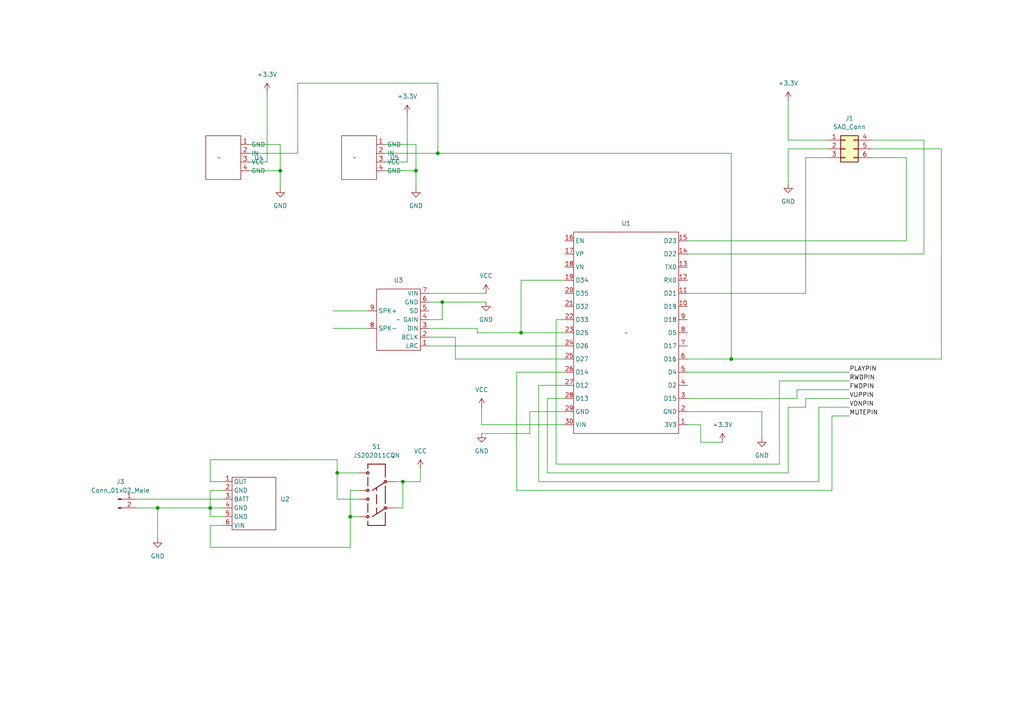
<source format=kicad_sch>
(kicad_sch (version 20230121) (generator eeschema)
  (paper "A4")
  (lib_symbols
    (symbol "DC32_Cnet_Badge_Main:Conn_01x02_Male" (pin_names (offset 1.016) hide)
      (property "Reference" "J" (at 0 2.54 0))
      (property "Value" "Conn_01x02_Male" (at 0 -5.08 0))
      (symbol "Conn_01x02_Male_1_1"
        (polyline (pts (xy 1.27 -2.54) (xy 0.8636 -2.54)) (stroke (width 0.1524)))
        (polyline (pts (xy 1.27 0) (xy 0.8636 0)) (stroke (width 0.1524)))
        (rectangle (start 0.8636 -2.413) (end 0 -2.667) (stroke (width 0.1524)) (fill (type outline)))
        (rectangle (start 0.8636 0.127) (end 0 -0.127) (stroke (width 0.1524)) (fill (type outline)))
        (pin passive line (at 5.08 0 180) (length 3.81) (name "Pin_1") (number "1"))
        (pin passive line (at 5.08 -2.54 180) (length 3.81) (name "Pin_2") (number "2"))
      )
    )
    (symbol "DC32_Cnet_Badge_Main:ESP32_Dev_Module-USB-C"
      (property "Reference" "U" (at 0 0 0))
      (symbol "ESP32_Dev_Module-USB-C_0_1"
        (rectangle (start -15.24 29.21) (end 15.24 -29.21))
      )
      (symbol "ESP32_Dev_Module-USB-C_1_1"
        (pin power_in line (at 17.78 -26.67 180) (length 2.54) (name "3V3") (number "1"))
        (pin bidirectional line (at 17.78 7.62 180) (length 2.54) (name "D19") (number "10"))
        (pin bidirectional line (at 17.78 11.43 180) (length 2.54) (name "D21") (number "11"))
        (pin bidirectional line (at 17.78 15.24 180) (length 2.54) (name "RX0") (number "12"))
        (pin bidirectional line (at 17.78 19.05 180) (length 2.54) (name "TX0") (number "13"))
        (pin bidirectional line (at 17.78 22.86 180) (length 2.54) (name "D22") (number "14"))
        (pin bidirectional line (at 17.78 26.67 180) (length 2.54) (name "D23") (number "15"))
        (pin input line (at -17.78 26.67 0) (length 2.54) (name "EN") (number "16"))
        (pin power_in line (at -17.78 22.86 0) (length 2.54) (name "VP") (number "17"))
        (pin power_in line (at -17.78 19.05 0) (length 2.54) (name "VN") (number "18"))
        (pin bidirectional line (at -17.78 15.24 0) (length 2.54) (name "D34") (number "19"))
        (pin power_in line (at 17.78 -22.86 180) (length 2.54) (name "GND") (number "2"))
        (pin bidirectional line (at -17.78 11.43 0) (length 2.54) (name "D35") (number "20"))
        (pin bidirectional line (at -17.78 7.62 0) (length 2.54) (name "D32") (number "21"))
        (pin bidirectional line (at -17.78 3.81 0) (length 2.54) (name "D33") (number "22"))
        (pin bidirectional line (at -17.78 0 0) (length 2.54) (name "D25") (number "23"))
        (pin bidirectional line (at -17.78 -3.81 0) (length 2.54) (name "D26") (number "24"))
        (pin bidirectional line (at -17.78 -7.62 0) (length 2.54) (name "D27") (number "25"))
        (pin bidirectional line (at -17.78 -11.43 0) (length 2.54) (name "D14") (number "26"))
        (pin bidirectional line (at -17.78 -15.24 0) (length 2.54) (name "D12") (number "27"))
        (pin bidirectional line (at -17.78 -19.05 0) (length 2.54) (name "D13") (number "28"))
        (pin power_in line (at -17.78 -22.86 0) (length 2.54) (name "GND") (number "29"))
        (pin bidirectional line (at 17.78 -19.05 180) (length 2.54) (name "D15") (number "3"))
        (pin power_in line (at -17.78 -26.67 0) (length 2.54) (name "VIN") (number "30"))
        (pin bidirectional line (at 17.78 -15.24 180) (length 2.54) (name "D2") (number "4"))
        (pin bidirectional line (at 17.78 -11.43 180) (length 2.54) (name "D4") (number "5"))
        (pin bidirectional line (at 17.78 -7.62 180) (length 2.54) (name "D16") (number "6"))
        (pin bidirectional line (at 17.78 -3.81 180) (length 2.54) (name "D17") (number "7"))
        (pin bidirectional line (at 17.78 0 180) (length 2.54) (name "D5") (number "8"))
        (pin bidirectional line (at 17.78 3.81 180) (length 2.54) (name "D18") (number "9"))
      )
    )
    (symbol "DC32_Cnet_Badge_Main:JS202011CQN" (pin_numbers hide) (pin_names (offset 1.016) hide)
      (property "Reference" "S" (at -2.54 8.128 0))
      (property "Value" "JS202011CQN" (at -2.54 -12.7 0))
      (symbol "JS202011CQN_0_0"
        (circle (center -2.54 -5.08) (radius 0.3556) (stroke (width 0.254)))
        (circle (center -2.54 2.54) (radius 0.3556) (stroke (width 0.254)))
        (polyline (pts (xy -2.54 -10.16) (xy 2.54 -10.16)) (stroke (width 0.254)))
        (polyline (pts (xy -2.54 -6.35) (xy -2.54 -10.16)) (stroke (width 0.254)))
        (polyline (pts (xy -2.54 1.27) (xy -2.54 -3.81)) (stroke (width 0.254)))
        (polyline (pts (xy -2.54 7.62) (xy -2.54 3.81)) (stroke (width 0.254)))
        (polyline (pts (xy -2.286 -4.826) (xy 1.27 -2.54)) (stroke (width 0.254)))
        (polyline (pts (xy 0 -2.54) (xy 0 -3.302)) (stroke (width 0.254)))
        (polyline (pts (xy 0 1.27) (xy 0 -1.27)) (stroke (width 0.254)))
        (polyline (pts (xy 0 4.064) (xy 0 2.54)) (stroke (width 0.254)))
        (polyline (pts (xy 1.27 5.08) (xy -2.286 2.794)) (stroke (width 0.254)))
        (polyline (pts (xy 2.54 -10.16) (xy 2.54 -8.89)) (stroke (width 0.254)))
        (polyline (pts (xy 2.54 -6.35) (xy 2.54 -3.81)) (stroke (width 0.254)))
        (polyline (pts (xy 2.54 3.81) (xy 2.54 1.27)) (stroke (width 0.254)))
        (polyline (pts (xy 2.54 6.35) (xy 2.54 7.62)) (stroke (width 0.254)))
        (polyline (pts (xy 2.54 7.62) (xy -2.54 7.62)) (stroke (width 0.254)))
        (circle (center 2.54 -7.62) (radius 0.3556) (stroke (width 0.254)))
        (circle (center 2.54 -2.54) (radius 0.3556) (stroke (width 0.254)))
        (circle (center 2.54 0) (radius 0.3556) (stroke (width 0.254)))
        (circle (center 2.54 5.08) (radius 0.3556) (stroke (width 0.254)))
        (pin bidirectional line (at 5.08 5.08 180) (length 2.54) (name "~") (number "1"))
        (pin bidirectional line (at -5.08 2.54 0) (length 2.54) (name "~") (number "2"))
        (pin bidirectional line (at 5.08 0 180) (length 2.54) (name "~") (number "3"))
        (pin bidirectional line (at 5.08 -2.54 180) (length 2.54) (name "~") (number "4"))
        (pin bidirectional line (at -5.08 -5.08 0) (length 2.54) (name "~") (number "5"))
        (pin bidirectional line (at 5.08 -7.62 180) (length 2.54) (name "~") (number "6"))
      )
    )
    (symbol "DC32_Cnet_Badge_Main:LED_SAO"
      (property "Reference" "U" (at 0 0 0))
      (symbol "LED_SAO_0_1"
        (rectangle (start -3.81 6.35) (end 6.35 -6.35))
      )
      (symbol "LED_SAO_1_1"
        (pin power_in line (at 6.35 3.81 0) (length 2.54) (name "GND") (number "1"))
        (pin input line (at 6.35 1.27 0) (length 2.54) (name "IN") (number "2"))
        (pin power_in line (at 6.35 -1.27 0) (length 2.54) (name "VCC") (number "3"))
        (pin power_in line (at 6.35 -3.81 0) (length 2.54) (name "GND") (number "4"))
      )
    )
    (symbol "DC32_Cnet_Badge_Main:MAX98357"
      (property "Reference" "U" (at 0 0 0))
      (symbol "MAX98357_0_1"
        (rectangle (start -6.35 8.89) (end 6.35 -8.89))
      )
      (symbol "MAX98357_1_1"
        (pin input line (at -8.89 7.62 0) (length 2.54) (name "LRC") (number "1"))
        (pin input line (at -8.89 5.08 0) (length 2.54) (name "BCLK") (number "2"))
        (pin input line (at -8.89 2.54 0) (length 2.54) (name "DIN") (number "3"))
        (pin input line (at -8.89 0 0) (length 2.54) (name "GAIN") (number "4"))
        (pin input line (at -8.89 -2.54 0) (length 2.54) (name "SD") (number "5"))
        (pin power_in line (at -8.89 -5.08 0) (length 2.54) (name "GND") (number "6"))
        (pin power_in line (at -8.89 -7.62 0) (length 2.54) (name "VIN") (number "7"))
        (pin output line (at 8.89 2.54 180) (length 2.54) (name "SPK-") (number "8"))
        (pin output line (at 8.89 -2.54 180) (length 2.54) (name "SPK+") (number "9"))
      )
    )
    (symbol "DC32_Cnet_Badge_Main:MH-CD42_LiPo_Batery_Management_Module"
      (property "Reference" "U" (at 0 8.89 0))
      (property "Footprint" "CD42 LiPo Mgmt" (at 0 -8.89 0))
      (symbol "MH-CD42_LiPo_Batery_Management_Module_0_1"
        (rectangle (start -6.35 7.62) (end 6.35 -7.62))
      )
      (symbol "MH-CD42_LiPo_Batery_Management_Module_1_1"
        (pin power_out line (at -8.89 6.35 0) (length 2.54) (name "OUT") (number "1"))
        (pin power_in line (at -8.89 3.81 0) (length 2.54) (name "GND") (number "2"))
        (pin power_in line (at -8.89 1.27 0) (length 2.54) (name "BATT") (number "3"))
        (pin power_in line (at -8.89 -1.27 0) (length 2.54) (name "GND") (number "4"))
        (pin power_in line (at -8.89 -3.81 0) (length 2.54) (name "GND") (number "5"))
        (pin power_in line (at -8.89 -6.35 0) (length 2.54) (name "VIN") (number "6"))
      )
    )
    (symbol "DC32_Cnet_Badge_Main:SAO_Conn" (pin_names (offset 1.016) hide)
      (property "Reference" "J" (at 1.27 5.08 0))
      (property "Value" "SAO_Conn" (at 1.27 -5.08 0))
      (symbol "SAO_Conn_1_1"
        (rectangle (start -1.27 -2.413) (end 0 -2.667) (stroke (width 0.1524)))
        (rectangle (start -1.27 0.127) (end 0 -0.127) (stroke (width 0.1524)))
        (rectangle (start -1.27 2.667) (end 0 2.413) (stroke (width 0.1524)))
        (rectangle (start -1.27 3.81) (end 3.81 -3.81) (stroke (width 0.254)) (fill (type background)))
        (rectangle (start 3.81 -2.413) (end 2.54 -2.667) (stroke (width 0.1524)))
        (rectangle (start 3.81 0.127) (end 2.54 -0.127) (stroke (width 0.1524)))
        (rectangle (start 3.81 2.667) (end 2.54 2.413) (stroke (width 0.1524)))
        (pin passive line (at -5.08 2.54 0) (length 3.81) (name "Pin_1") (number "1"))
        (pin passive line (at -5.08 0 0) (length 3.81) (name "Pin_2") (number "2"))
        (pin passive line (at -5.08 -2.54 0) (length 3.81) (name "Pin_3") (number "3"))
        (pin passive line (at 7.62 2.54 180) (length 3.81) (name "Pin_4") (number "4"))
        (pin passive line (at 7.62 0 180) (length 3.81) (name "Pin_5") (number "5"))
        (pin passive line (at 7.62 -2.54 180) (length 3.81) (name "Pin_6") (number "6"))
      )
    )
    (symbol "power:+3.3V" (power) (pin_names (offset 0))
      (property "Value" "+3.3V" (at 0 3.556 0))
      (symbol "+3.3V_0_1"
        (polyline (pts (xy -0.762 1.27) (xy 0 2.54)))
        (polyline (pts (xy 0 0) (xy 0 2.54)))
        (polyline (pts (xy 0 2.54) (xy 0.762 1.27)))
      )
      (symbol "+3.3V_1_1"
        (pin power_in line (at 0 0 90) (length 0) hide (name "+3.3V") (number "1"))
      )
    )
    (symbol "power:GND" (power) (pin_names (offset 0))
      (property "Value" "GND" (at 0 -3.81 0))
      (symbol "GND_0_1"
        (polyline (pts (xy 0 0) (xy 0 -1.27) (xy 1.27 -1.27) (xy 0 -2.54) (xy -1.27 -1.27) (xy 0 -1.27)))
      )
      (symbol "GND_1_1"
        (pin power_in line (at 0 0 270) (length 0) hide (name "GND") (number "1"))
      )
    )
    (symbol "power:VCC" (power) (pin_names (offset 0))
      (property "Value" "VCC" (at 0 3.81 0))
      (symbol "VCC_0_1"
        (polyline (pts (xy -0.762 1.27) (xy 0 2.54)))
        (polyline (pts (xy 0 0) (xy 0 2.54)))
        (polyline (pts (xy 0 2.54) (xy 0.762 1.27)))
      )
      (symbol "VCC_1_1"
        (pin power_in line (at 0 0 90) (length 0) hide (name "VCC") (number "1"))
      )
    )
  )
  (junction (at 120.65 49.53))
  (junction (at 45.72 147.32))
  (junction (at 97.79 137.16))
  (junction (at 151.13 96.52))
  (junction (at 128.27 87.63))
  (junction (at 116.84 139.7))
  (junction (at 127 44.45))
  (junction (at 81.28 49.53))
  (junction (at 60.96 147.32))
  (junction (at 212.09 104.14))
  (junction (at 101.6 149.86))
  (wire (pts (xy 111.76 49.53) (xy 120.65 49.53)))
  (wire (pts (xy 231.14 113.03) (xy 246.38 113.03)))
  (wire (pts (xy 64.77 149.86) (xy 60.96 149.86)))
  (wire (pts (xy 241.3 142.24) (xy 241.3 120.65)))
  (wire (pts (xy 39.37 144.78) (xy 64.77 144.78)))
  (wire (pts (xy 127 24.13) (xy 86.36 24.13)))
  (wire (pts (xy 121.92 135.89) (xy 121.92 139.7)))
  (wire (pts (xy 163.83 115.57) (xy 158.75 115.57)))
  (wire (pts (xy 124.46 95.25) (xy 138.43 95.25)))
  (wire (pts (xy 97.79 137.16) (xy 104.14 137.16)))
  (wire (pts (xy 124.46 100.33) (xy 163.83 100.33)))
  (wire (pts (xy 60.96 133.35) (xy 97.79 133.35)))
  (wire (pts (xy 156.21 139.7) (xy 237.49 139.7)))
  (wire (pts (xy 199.39 123.19) (xy 203.2 123.19)))
  (wire (pts (xy 77.47 26.67) (xy 77.47 46.99)))
  (wire (pts (xy 233.68 115.57) (xy 246.38 115.57)))
  (wire (pts (xy 163.83 123.19) (xy 139.7 123.19)))
  (wire (pts (xy 262.89 69.85) (xy 262.89 45.72)))
  (wire (pts (xy 64.77 142.24) (xy 60.96 142.24)))
  (wire (pts (xy 101.6 149.86) (xy 101.6 158.75)))
  (wire (pts (xy 104.14 144.78) (xy 97.79 144.78)))
  (wire (pts (xy 116.84 139.7) (xy 121.92 139.7)))
  (wire (pts (xy 101.6 149.86) (xy 104.14 149.86)))
  (wire (pts (xy 124.46 85.09) (xy 140.97 85.09)))
  (wire (pts (xy 231.14 115.57) (xy 231.14 113.03)))
  (wire (pts (xy 120.65 41.91) (xy 120.65 49.53)))
  (wire (pts (xy 228.6 43.18) (xy 228.6 53.34)))
  (wire (pts (xy 97.79 133.35) (xy 97.79 137.16)))
  (wire (pts (xy 220.98 119.38) (xy 220.98 127)))
  (wire (pts (xy 45.72 147.32) (xy 45.72 156.21)))
  (wire (pts (xy 267.97 73.66) (xy 267.97 40.64)))
  (wire (pts (xy 163.83 119.38) (xy 153.67 119.38)))
  (wire (pts (xy 240.03 43.18) (xy 228.6 43.18)))
  (wire (pts (xy 199.39 104.14) (xy 212.09 104.14)))
  (wire (pts (xy 124.46 97.79) (xy 132.08 97.79)))
  (wire (pts (xy 212.09 44.45) (xy 127 44.45)))
  (wire (pts (xy 233.68 85.09) (xy 233.68 45.72)))
  (wire (pts (xy 97.79 144.78) (xy 97.79 137.16)))
  (wire (pts (xy 64.77 139.7) (xy 60.96 139.7)))
  (wire (pts (xy 86.36 24.13) (xy 86.36 44.45)))
  (wire (pts (xy 163.83 107.95) (xy 149.86 107.95)))
  (wire (pts (xy 199.39 107.95) (xy 246.38 107.95)))
  (wire (pts (xy 228.6 40.64) (xy 240.03 40.64)))
  (wire (pts (xy 237.49 118.11) (xy 246.38 118.11)))
  (wire (pts (xy 149.86 142.24) (xy 241.3 142.24)))
  (wire (pts (xy 60.96 149.86) (xy 60.96 147.32)))
  (wire (pts (xy 60.96 152.4) (xy 60.96 158.75)))
  (wire (pts (xy 96.52 90.17) (xy 106.68 90.17)))
  (wire (pts (xy 60.96 158.75) (xy 101.6 158.75)))
  (wire (pts (xy 158.75 137.16) (xy 228.6 137.16)))
  (wire (pts (xy 149.86 107.95) (xy 149.86 142.24)))
  (wire (pts (xy 241.3 120.65) (xy 246.38 120.65)))
  (wire (pts (xy 233.68 118.11) (xy 233.68 115.57)))
  (wire (pts (xy 60.96 142.24) (xy 60.96 147.32)))
  (wire (pts (xy 262.89 45.72) (xy 252.73 45.72)))
  (wire (pts (xy 104.14 142.24) (xy 101.6 142.24)))
  (wire (pts (xy 111.76 46.99) (xy 118.11 46.99)))
  (wire (pts (xy 81.28 41.91) (xy 81.28 49.53)))
  (wire (pts (xy 199.39 73.66) (xy 267.97 73.66)))
  (wire (pts (xy 226.06 134.62) (xy 226.06 110.49)))
  (wire (pts (xy 153.67 125.73) (xy 139.7 125.73)))
  (wire (pts (xy 156.21 111.76) (xy 156.21 139.7)))
  (wire (pts (xy 101.6 142.24) (xy 101.6 149.86)))
  (wire (pts (xy 60.96 147.32) (xy 64.77 147.32)))
  (wire (pts (xy 151.13 96.52) (xy 163.83 96.52)))
  (wire (pts (xy 212.09 104.14) (xy 273.05 104.14)))
  (wire (pts (xy 39.37 147.32) (xy 45.72 147.32)))
  (wire (pts (xy 203.2 123.19) (xy 203.2 128.27)))
  (wire (pts (xy 128.27 92.71) (xy 128.27 87.63)))
  (wire (pts (xy 132.08 104.14) (xy 163.83 104.14)))
  (wire (pts (xy 72.39 44.45) (xy 86.36 44.45)))
  (wire (pts (xy 64.77 152.4) (xy 60.96 152.4)))
  (wire (pts (xy 228.6 40.64) (xy 228.6 29.21)))
  (wire (pts (xy 96.52 95.25) (xy 106.68 95.25)))
  (wire (pts (xy 228.6 118.11) (xy 233.68 118.11)))
  (wire (pts (xy 127 44.45) (xy 127 24.13)))
  (wire (pts (xy 128.27 87.63) (xy 124.46 87.63)))
  (wire (pts (xy 212.09 104.14) (xy 212.09 44.45)))
  (wire (pts (xy 203.2 128.27) (xy 209.55 128.27)))
  (wire (pts (xy 72.39 49.53) (xy 81.28 49.53)))
  (wire (pts (xy 139.7 123.19) (xy 139.7 118.11)))
  (wire (pts (xy 163.83 111.76) (xy 156.21 111.76)))
  (wire (pts (xy 111.76 44.45) (xy 127 44.45)))
  (wire (pts (xy 158.75 115.57) (xy 158.75 137.16)))
  (wire (pts (xy 128.27 87.63) (xy 140.97 87.63)))
  (wire (pts (xy 163.83 81.28) (xy 151.13 81.28)))
  (wire (pts (xy 161.29 92.71) (xy 161.29 134.62)))
  (wire (pts (xy 111.76 41.91) (xy 120.65 41.91)))
  (wire (pts (xy 60.96 139.7) (xy 60.96 133.35)))
  (wire (pts (xy 233.68 45.72) (xy 240.03 45.72)))
  (wire (pts (xy 153.67 119.38) (xy 153.67 125.73)))
  (wire (pts (xy 151.13 81.28) (xy 151.13 96.52)))
  (wire (pts (xy 199.39 119.38) (xy 220.98 119.38)))
  (wire (pts (xy 226.06 110.49) (xy 246.38 110.49)))
  (wire (pts (xy 163.83 92.71) (xy 161.29 92.71)))
  (wire (pts (xy 199.39 69.85) (xy 262.89 69.85)))
  (wire (pts (xy 120.65 49.53) (xy 120.65 54.61)))
  (wire (pts (xy 161.29 134.62) (xy 226.06 134.62)))
  (wire (pts (xy 138.43 96.52) (xy 151.13 96.52)))
  (wire (pts (xy 114.3 147.32) (xy 116.84 147.32)))
  (wire (pts (xy 72.39 41.91) (xy 81.28 41.91)))
  (wire (pts (xy 45.72 147.32) (xy 60.96 147.32)))
  (wire (pts (xy 118.11 33.02) (xy 118.11 46.99)))
  (wire (pts (xy 116.84 147.32) (xy 116.84 139.7)))
  (wire (pts (xy 116.84 139.7) (xy 114.3 139.7)))
  (wire (pts (xy 81.28 49.53) (xy 81.28 54.61)))
  (wire (pts (xy 237.49 139.7) (xy 237.49 118.11)))
  (wire (pts (xy 199.39 85.09) (xy 233.68 85.09)))
  (wire (pts (xy 199.39 115.57) (xy 231.14 115.57)))
  (wire (pts (xy 72.39 46.99) (xy 77.47 46.99)))
  (wire (pts (xy 124.46 92.71) (xy 128.27 92.71)))
  (wire (pts (xy 273.05 43.18) (xy 273.05 104.14)))
  (wire (pts (xy 228.6 137.16) (xy 228.6 118.11)))
  (wire (pts (xy 132.08 97.79) (xy 132.08 104.14)))
  (wire (pts (xy 138.43 95.25) (xy 138.43 96.52)))
  (wire (pts (xy 267.97 40.64) (xy 252.73 40.64)))
  (wire (pts (xy 252.73 43.18) (xy 273.05 43.18)))
  (label "PLAYPIN" (at 246.38 107.95 0))
  (label "FWDPIN" (at 246.38 113.03 0))
  (label "VDNPIN" (at 246.38 118.11 0))
  (label "MUTEPIN" (at 246.38 120.65 0))
  (label "VUPPIN" (at 246.38 115.57 0))
  (label "RWDPIN" (at 246.38 110.49 0))
  (symbol (lib_id "DC32_Cnet_Badge_Main:LED_SAO") (at 102.87 45.72 0) (unit 1)
    (property "Reference" "U5" (at 113.03 45.72 0) (effects (justify left)))
    (property "Value" "~" (at 102.87 45.72 0))
    (property "Footprint" "DC32_Cnet_Badge_Main:LED_SAO" (effects hide))
  )
  (symbol (lib_id "power:GND") (at 120.65 54.61 0) (unit 1)
    (property "Reference" "#PWR014" (effects hide))
    (property "Value" "GND" (at 120.65 59.69 0))
  )
  (symbol (lib_id "power:+3.3V") (at 209.55 128.27 0) (unit 1)
    (property "Reference" "#PWR010" (effects hide))
    (property "Value" "+3.3V" (at 209.55 123.19 0))
  )
  (symbol (lib_id "power:GND") (at 45.72 156.21 0) (unit 1)
    (property "Reference" "#PWR08" (effects hide))
    (property "Value" "GND" (at 45.72 161.29 0))
  )
  (symbol (lib_id "power:+3.3V") (at 228.6 29.21 0) (unit 1)
    (property "Reference" "#PWR09" (effects hide))
    (property "Value" "+3.3V" (at 228.6 24.13 0))
  )
  (symbol (lib_id "DC32_Cnet_Badge_Main:MAX98357") (at 115.57 92.71 180) (unit 1)
    (property "Reference" "U3" (at 115.57 81.28 0))
    (property "Value" "~" (at 115.57 92.71 0))
    (property "Footprint" "DC32_Cnet_Badge_Main:MAX98357" (effects hide))
  )
  (symbol (lib_id "power:GND") (at 140.97 87.63 0) (unit 1)
    (property "Reference" "#PWR01" (effects hide))
    (property "Value" "GND" (at 140.97 92.71 0))
  )
  (symbol (lib_id "DC32_Cnet_Badge_Main:ESP32_Dev_Module-USB-C") (at 181.61 96.52 0) (unit 1)
    (property "Reference" "U1" (at 181.61 64.77 0))
    (property "Value" "~" (at 181.61 96.52 0))
    (property "Footprint" "DC32_Cnet_Badge_Main:ESP32_Dev_Module-USB-C" (effects hide))
  )
  (symbol (lib_id "power:+3.3V") (at 77.47 26.67 0) (unit 1)
    (property "Reference" "#PWR011" (effects hide))
    (property "Value" "+3.3V" (at 77.47 21.59 0))
  )
  (symbol (lib_id "DC32_Cnet_Badge_Main:SAO_Conn") (at 245.11 43.18 0) (unit 1)
    (property "Reference" "J1" (at 246.38 34.29 0))
    (property "Value" "SAO_Conn" (at 246.38 36.83 0))
    (property "Footprint" "DC32_Cnet_Badge_Main:PinSocket_2x03_P2.54mm_Vertical_Tab" (effects hide))
  )
  (symbol (lib_id "power:+3.3V") (at 118.11 33.02 0) (unit 1)
    (property "Reference" "#PWR012" (effects hide))
    (property "Value" "+3.3V" (at 118.11 27.94 0))
  )
  (symbol (lib_id "power:GND") (at 81.28 54.61 0) (unit 1)
    (property "Reference" "#PWR013" (effects hide))
    (property "Value" "GND" (at 81.28 59.69 0))
  )
  (symbol (lib_id "power:GND") (at 228.6 53.34 0) (unit 1)
    (property "Reference" "#PWR06" (effects hide))
    (property "Value" "GND" (at 228.6 58.42 0))
  )
  (symbol (lib_id "power:VCC") (at 139.7 118.11 0) (unit 1)
    (property "Reference" "#PWR03" (effects hide))
    (property "Value" "VCC" (at 139.7 113.03 0))
  )
  (symbol (lib_id "power:GND") (at 220.98 127 0) (unit 1)
    (property "Reference" "#PWR05" (effects hide))
    (property "Value" "GND" (at 220.98 132.08 0))
  )
  (symbol (lib_id "DC32_Cnet_Badge_Main:JS202011CQN") (at 109.22 144.78 180) (unit 1)
    (property "Reference" "S1" (at 109.22 129.54 0))
    (property "Value" "JS202011CQN" (at 109.22 132.08 0))
    (property "Footprint" "SPARKFUN-RETIRED_SWITCH-2.5X3.2-6" (effects hide))
  )
  (symbol (lib_id "DC32_Cnet_Badge_Main:LED_SAO") (at 63.5 45.72 0) (unit 1)
    (property "Reference" "U4" (at 73.66 45.72 0) (effects (justify left)))
    (property "Value" "~" (at 63.5 45.72 0))
    (property "Footprint" "DC32_Cnet_Badge_Main:LED_SAO" (effects hide))
  )
  (symbol (lib_id "power:VCC") (at 140.97 85.09 0) (unit 1)
    (property "Reference" "#PWR02" (effects hide))
    (property "Value" "VCC" (at 140.97 80.01 0))
  )
  (symbol (lib_id "power:GND") (at 139.7 125.73 0) (unit 1)
    (property "Reference" "#PWR04" (effects hide))
    (property "Value" "GND" (at 139.7 130.81 0))
  )
  (symbol (lib_id "power:VCC") (at 121.92 135.89 0) (unit 1)
    (property "Reference" "#PWR07" (effects hide))
    (property "Value" "VCC" (at 121.92 130.81 0))
  )
  (symbol (lib_id "DC32_Cnet_Badge_Main:MH-CD42_LiPo_Batery_Management_Module") (at 73.66 146.05 0) (unit 1)
    (property "Reference" "U2" (at 81.28 144.78 0) (effects (justify left)))
    (property "Value" "MH-CD42_LiPo_Batery_Management_Module" (effects hide))
    (property "Footprint" "DC32_Cnet_Badge_Main:MH-CD42 LiPo Battery Management Module Rear Charge LEDs" (effects hide))
  )
  (symbol (lib_id "DC32_Cnet_Badge_Main:Conn_01x02_Male") (at 34.29 144.78 0) (unit 1)
    (property "Reference" "J3" (at 34.925 139.7 0))
    (property "Value" "Conn_01x02_Male" (at 34.925 142.24 0))
    (property "Footprint" "DC32_Cnet_Badge_Main:JST_PH_S2B-PH-K_1x02_P2.00mm_Horizontal" (effects hide))
  )
)
</source>
